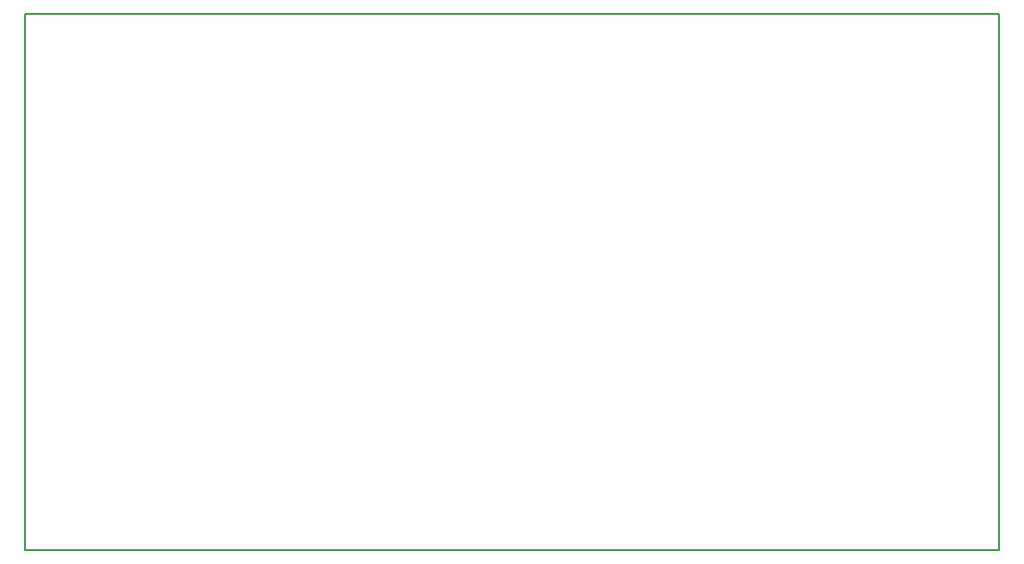
<source format=gm1>
G04 #@! TF.GenerationSoftware,KiCad,Pcbnew,(5.0.2)-1*
G04 #@! TF.CreationDate,2019-04-13T07:43:48-04:00*
G04 #@! TF.ProjectId,Console,436f6e73-6f6c-4652-9e6b-696361645f70,rev?*
G04 #@! TF.SameCoordinates,Original*
G04 #@! TF.FileFunction,Profile,NP*
%FSLAX46Y46*%
G04 Gerber Fmt 4.6, Leading zero omitted, Abs format (unit mm)*
G04 Created by KiCad (PCBNEW (5.0.2)-1) date 4/13/2019 7:43:48 AM*
%MOMM*%
%LPD*%
G01*
G04 APERTURE LIST*
%ADD10C,0.150000*%
G04 APERTURE END LIST*
D10*
X100000000Y-101000000D02*
X100000000Y-150000000D01*
X100000000Y-101000000D02*
X189000000Y-101000000D01*
X189000000Y-101000000D02*
X189000000Y-150000000D01*
X100000000Y-150000000D02*
X189000000Y-150000000D01*
M02*

</source>
